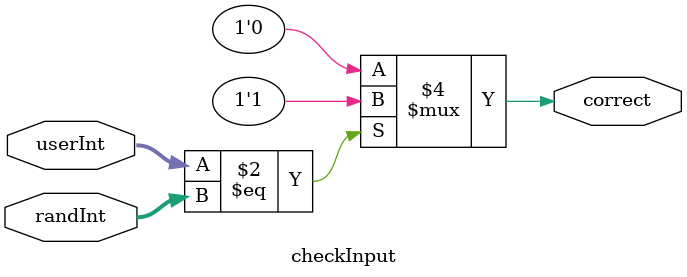
<source format=v>
module random_num_gen(
    clk,
    rst,
    num1,
    num2,
    num3,
    num4
);
    input clk;
    input rst;
    
    output reg [3:0] num1;
    output reg [3:0] num2;
    output reg [3:0] num3;
    output reg [3:0] num4;
    
  	reg start = 1;
  	
  	reg [4:0] data1;
  	wire feedback1 = data1[4] ^ data1[1];

  	reg [4:0] data2;
  	wire feedback2 = data2[3] ^ data2[1];
  
  	reg [4:0] data3;
 	wire feedback3 = data3[3] ^ data3[2];
  
  	reg [4:0] data4;
  	wire feedback4 = data4[4] ^ data4[2];

  	always @(posedge clk)
      if (rst && start) begin
        data1 <= 4'b1111;
        data2 <= 4'b1110;
        data3 <= 4'b1101;
        data4 <= 4'b1100;
        
        start = 0;
      end else begin
        data1 <= {data1[3:0], feedback1};
        data2 <= {data2[3:0], feedback2};
        data3 <= {data3[3:0], feedback3};
        data4 <= {data4[3:0], feedback4};
        
        if (data1 <= 4'd9) begin
          num1 = data1;
        end
        if (data2 <= 4'd9) begin
          num2 = data2;
        end
        if (data3 <= 4'd9) begin
          num3 = data3;
        end
        if (data4 <= 4'd9) begin
          num4 = data4;
        end
      end
endmodule

module randnum (
    clk,
    rst,
    randInt
);
  	input clk;
    input rst;
    output reg [15:0] randInt;

    wire [3:0] num1;
    wire [3:0] num2;
    wire [3:0] num3;
    wire [3:0] num4;
    random_num_gen rand_gen_mod(
        .clk(clk),
        .rst(rst),
        .num1(num1),
        .num2(num2),
        .num3(num3),
        .num4(num4)
    );
    reg [15:0] storeRand;
    always @(*) begin
        if (rst) begin
            storeRand[3:0] = num1;
            storeRand[7:4] = num2;
            storeRand[11:8] = num3;
            storeRand[15:12] = num4;
        end
        randInt = storeRand;
    end
endmodule

module checkInput(
    userInt,
    randInt,
    correct
);
    input [15:0] userInt;
    input [15:0] randInt; 
    
    output reg correct;

    always @(*) begin
        if (userInt == randInt) begin
            correct <= 1;
        end else begin
            correct <= 0;
        end
    end
endmodule
</source>
